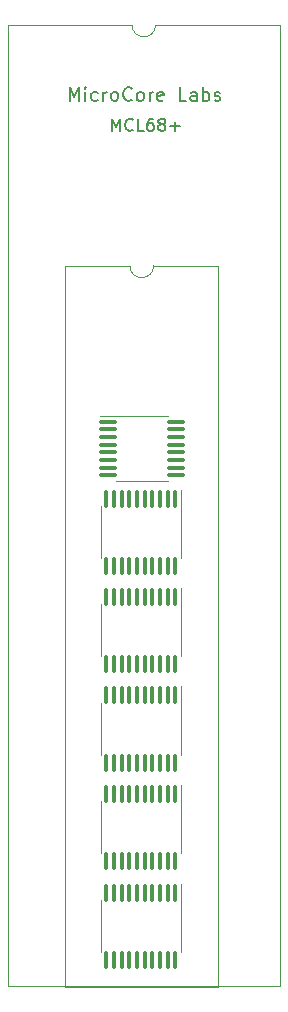
<source format=gbr>
G04 #@! TF.GenerationSoftware,KiCad,Pcbnew,7.0.5*
G04 #@! TF.CreationDate,2023-06-23T21:15:38-07:00*
G04 #@! TF.ProjectId,MCL68,4d434c36-382e-46b6-9963-61645f706362,rev?*
G04 #@! TF.SameCoordinates,Original*
G04 #@! TF.FileFunction,Legend,Top*
G04 #@! TF.FilePolarity,Positive*
%FSLAX46Y46*%
G04 Gerber Fmt 4.6, Leading zero omitted, Abs format (unit mm)*
G04 Created by KiCad (PCBNEW 7.0.5) date 2023-06-23 21:15:38*
%MOMM*%
%LPD*%
G01*
G04 APERTURE LIST*
G04 Aperture macros list*
%AMRoundRect*
0 Rectangle with rounded corners*
0 $1 Rounding radius*
0 $2 $3 $4 $5 $6 $7 $8 $9 X,Y pos of 4 corners*
0 Add a 4 corners polygon primitive as box body*
4,1,4,$2,$3,$4,$5,$6,$7,$8,$9,$2,$3,0*
0 Add four circle primitives for the rounded corners*
1,1,$1+$1,$2,$3*
1,1,$1+$1,$4,$5*
1,1,$1+$1,$6,$7*
1,1,$1+$1,$8,$9*
0 Add four rect primitives between the rounded corners*
20,1,$1+$1,$2,$3,$4,$5,0*
20,1,$1+$1,$4,$5,$6,$7,0*
20,1,$1+$1,$6,$7,$8,$9,0*
20,1,$1+$1,$8,$9,$2,$3,0*%
G04 Aperture macros list end*
%ADD10C,0.152400*%
%ADD11C,0.177800*%
%ADD12C,0.120000*%
%ADD13RoundRect,0.100000X-0.100000X0.637500X-0.100000X-0.637500X0.100000X-0.637500X0.100000X0.637500X0*%
%ADD14RoundRect,0.100000X-0.637500X-0.100000X0.637500X-0.100000X0.637500X0.100000X-0.637500X0.100000X0*%
%ADD15R,1.600000X1.600000*%
%ADD16O,1.600000X1.600000*%
G04 APERTURE END LIST*
D10*
X149160767Y-63037535D02*
X149160767Y-62021535D01*
X149160767Y-62021535D02*
X149499434Y-62747250D01*
X149499434Y-62747250D02*
X149838101Y-62021535D01*
X149838101Y-62021535D02*
X149838101Y-63037535D01*
X150902482Y-62940774D02*
X150854101Y-62989155D01*
X150854101Y-62989155D02*
X150708958Y-63037535D01*
X150708958Y-63037535D02*
X150612196Y-63037535D01*
X150612196Y-63037535D02*
X150467053Y-62989155D01*
X150467053Y-62989155D02*
X150370291Y-62892393D01*
X150370291Y-62892393D02*
X150321910Y-62795631D01*
X150321910Y-62795631D02*
X150273529Y-62602107D01*
X150273529Y-62602107D02*
X150273529Y-62456964D01*
X150273529Y-62456964D02*
X150321910Y-62263440D01*
X150321910Y-62263440D02*
X150370291Y-62166678D01*
X150370291Y-62166678D02*
X150467053Y-62069916D01*
X150467053Y-62069916D02*
X150612196Y-62021535D01*
X150612196Y-62021535D02*
X150708958Y-62021535D01*
X150708958Y-62021535D02*
X150854101Y-62069916D01*
X150854101Y-62069916D02*
X150902482Y-62118297D01*
X151821720Y-63037535D02*
X151337910Y-63037535D01*
X151337910Y-63037535D02*
X151337910Y-62021535D01*
X152595815Y-62021535D02*
X152402291Y-62021535D01*
X152402291Y-62021535D02*
X152305529Y-62069916D01*
X152305529Y-62069916D02*
X152257148Y-62118297D01*
X152257148Y-62118297D02*
X152160386Y-62263440D01*
X152160386Y-62263440D02*
X152112005Y-62456964D01*
X152112005Y-62456964D02*
X152112005Y-62844012D01*
X152112005Y-62844012D02*
X152160386Y-62940774D01*
X152160386Y-62940774D02*
X152208767Y-62989155D01*
X152208767Y-62989155D02*
X152305529Y-63037535D01*
X152305529Y-63037535D02*
X152499053Y-63037535D01*
X152499053Y-63037535D02*
X152595815Y-62989155D01*
X152595815Y-62989155D02*
X152644196Y-62940774D01*
X152644196Y-62940774D02*
X152692577Y-62844012D01*
X152692577Y-62844012D02*
X152692577Y-62602107D01*
X152692577Y-62602107D02*
X152644196Y-62505345D01*
X152644196Y-62505345D02*
X152595815Y-62456964D01*
X152595815Y-62456964D02*
X152499053Y-62408583D01*
X152499053Y-62408583D02*
X152305529Y-62408583D01*
X152305529Y-62408583D02*
X152208767Y-62456964D01*
X152208767Y-62456964D02*
X152160386Y-62505345D01*
X152160386Y-62505345D02*
X152112005Y-62602107D01*
X153273148Y-62456964D02*
X153176386Y-62408583D01*
X153176386Y-62408583D02*
X153128005Y-62360202D01*
X153128005Y-62360202D02*
X153079624Y-62263440D01*
X153079624Y-62263440D02*
X153079624Y-62215059D01*
X153079624Y-62215059D02*
X153128005Y-62118297D01*
X153128005Y-62118297D02*
X153176386Y-62069916D01*
X153176386Y-62069916D02*
X153273148Y-62021535D01*
X153273148Y-62021535D02*
X153466672Y-62021535D01*
X153466672Y-62021535D02*
X153563434Y-62069916D01*
X153563434Y-62069916D02*
X153611815Y-62118297D01*
X153611815Y-62118297D02*
X153660196Y-62215059D01*
X153660196Y-62215059D02*
X153660196Y-62263440D01*
X153660196Y-62263440D02*
X153611815Y-62360202D01*
X153611815Y-62360202D02*
X153563434Y-62408583D01*
X153563434Y-62408583D02*
X153466672Y-62456964D01*
X153466672Y-62456964D02*
X153273148Y-62456964D01*
X153273148Y-62456964D02*
X153176386Y-62505345D01*
X153176386Y-62505345D02*
X153128005Y-62553726D01*
X153128005Y-62553726D02*
X153079624Y-62650488D01*
X153079624Y-62650488D02*
X153079624Y-62844012D01*
X153079624Y-62844012D02*
X153128005Y-62940774D01*
X153128005Y-62940774D02*
X153176386Y-62989155D01*
X153176386Y-62989155D02*
X153273148Y-63037535D01*
X153273148Y-63037535D02*
X153466672Y-63037535D01*
X153466672Y-63037535D02*
X153563434Y-62989155D01*
X153563434Y-62989155D02*
X153611815Y-62940774D01*
X153611815Y-62940774D02*
X153660196Y-62844012D01*
X153660196Y-62844012D02*
X153660196Y-62650488D01*
X153660196Y-62650488D02*
X153611815Y-62553726D01*
X153611815Y-62553726D02*
X153563434Y-62505345D01*
X153563434Y-62505345D02*
X153466672Y-62456964D01*
X154095624Y-62650488D02*
X154869720Y-62650488D01*
X154482672Y-63037535D02*
X154482672Y-62263440D01*
D11*
X145575515Y-60506072D02*
X145575515Y-59363072D01*
X145575515Y-59363072D02*
X145956515Y-60179501D01*
X145956515Y-60179501D02*
X146337515Y-59363072D01*
X146337515Y-59363072D02*
X146337515Y-60506072D01*
X146881801Y-60506072D02*
X146881801Y-59744072D01*
X146881801Y-59363072D02*
X146827373Y-59417501D01*
X146827373Y-59417501D02*
X146881801Y-59471929D01*
X146881801Y-59471929D02*
X146936230Y-59417501D01*
X146936230Y-59417501D02*
X146881801Y-59363072D01*
X146881801Y-59363072D02*
X146881801Y-59471929D01*
X147915945Y-60451644D02*
X147807087Y-60506072D01*
X147807087Y-60506072D02*
X147589373Y-60506072D01*
X147589373Y-60506072D02*
X147480516Y-60451644D01*
X147480516Y-60451644D02*
X147426087Y-60397215D01*
X147426087Y-60397215D02*
X147371659Y-60288358D01*
X147371659Y-60288358D02*
X147371659Y-59961786D01*
X147371659Y-59961786D02*
X147426087Y-59852929D01*
X147426087Y-59852929D02*
X147480516Y-59798501D01*
X147480516Y-59798501D02*
X147589373Y-59744072D01*
X147589373Y-59744072D02*
X147807087Y-59744072D01*
X147807087Y-59744072D02*
X147915945Y-59798501D01*
X148405801Y-60506072D02*
X148405801Y-59744072D01*
X148405801Y-59961786D02*
X148460230Y-59852929D01*
X148460230Y-59852929D02*
X148514659Y-59798501D01*
X148514659Y-59798501D02*
X148623516Y-59744072D01*
X148623516Y-59744072D02*
X148732373Y-59744072D01*
X149276658Y-60506072D02*
X149167801Y-60451644D01*
X149167801Y-60451644D02*
X149113372Y-60397215D01*
X149113372Y-60397215D02*
X149058944Y-60288358D01*
X149058944Y-60288358D02*
X149058944Y-59961786D01*
X149058944Y-59961786D02*
X149113372Y-59852929D01*
X149113372Y-59852929D02*
X149167801Y-59798501D01*
X149167801Y-59798501D02*
X149276658Y-59744072D01*
X149276658Y-59744072D02*
X149439944Y-59744072D01*
X149439944Y-59744072D02*
X149548801Y-59798501D01*
X149548801Y-59798501D02*
X149603230Y-59852929D01*
X149603230Y-59852929D02*
X149657658Y-59961786D01*
X149657658Y-59961786D02*
X149657658Y-60288358D01*
X149657658Y-60288358D02*
X149603230Y-60397215D01*
X149603230Y-60397215D02*
X149548801Y-60451644D01*
X149548801Y-60451644D02*
X149439944Y-60506072D01*
X149439944Y-60506072D02*
X149276658Y-60506072D01*
X150800658Y-60397215D02*
X150746230Y-60451644D01*
X150746230Y-60451644D02*
X150582944Y-60506072D01*
X150582944Y-60506072D02*
X150474087Y-60506072D01*
X150474087Y-60506072D02*
X150310801Y-60451644D01*
X150310801Y-60451644D02*
X150201944Y-60342786D01*
X150201944Y-60342786D02*
X150147515Y-60233929D01*
X150147515Y-60233929D02*
X150093087Y-60016215D01*
X150093087Y-60016215D02*
X150093087Y-59852929D01*
X150093087Y-59852929D02*
X150147515Y-59635215D01*
X150147515Y-59635215D02*
X150201944Y-59526358D01*
X150201944Y-59526358D02*
X150310801Y-59417501D01*
X150310801Y-59417501D02*
X150474087Y-59363072D01*
X150474087Y-59363072D02*
X150582944Y-59363072D01*
X150582944Y-59363072D02*
X150746230Y-59417501D01*
X150746230Y-59417501D02*
X150800658Y-59471929D01*
X151453801Y-60506072D02*
X151344944Y-60451644D01*
X151344944Y-60451644D02*
X151290515Y-60397215D01*
X151290515Y-60397215D02*
X151236087Y-60288358D01*
X151236087Y-60288358D02*
X151236087Y-59961786D01*
X151236087Y-59961786D02*
X151290515Y-59852929D01*
X151290515Y-59852929D02*
X151344944Y-59798501D01*
X151344944Y-59798501D02*
X151453801Y-59744072D01*
X151453801Y-59744072D02*
X151617087Y-59744072D01*
X151617087Y-59744072D02*
X151725944Y-59798501D01*
X151725944Y-59798501D02*
X151780373Y-59852929D01*
X151780373Y-59852929D02*
X151834801Y-59961786D01*
X151834801Y-59961786D02*
X151834801Y-60288358D01*
X151834801Y-60288358D02*
X151780373Y-60397215D01*
X151780373Y-60397215D02*
X151725944Y-60451644D01*
X151725944Y-60451644D02*
X151617087Y-60506072D01*
X151617087Y-60506072D02*
X151453801Y-60506072D01*
X152324658Y-60506072D02*
X152324658Y-59744072D01*
X152324658Y-59961786D02*
X152379087Y-59852929D01*
X152379087Y-59852929D02*
X152433516Y-59798501D01*
X152433516Y-59798501D02*
X152542373Y-59744072D01*
X152542373Y-59744072D02*
X152651230Y-59744072D01*
X153467658Y-60451644D02*
X153358801Y-60506072D01*
X153358801Y-60506072D02*
X153141087Y-60506072D01*
X153141087Y-60506072D02*
X153032229Y-60451644D01*
X153032229Y-60451644D02*
X152977801Y-60342786D01*
X152977801Y-60342786D02*
X152977801Y-59907358D01*
X152977801Y-59907358D02*
X153032229Y-59798501D01*
X153032229Y-59798501D02*
X153141087Y-59744072D01*
X153141087Y-59744072D02*
X153358801Y-59744072D01*
X153358801Y-59744072D02*
X153467658Y-59798501D01*
X153467658Y-59798501D02*
X153522087Y-59907358D01*
X153522087Y-59907358D02*
X153522087Y-60016215D01*
X153522087Y-60016215D02*
X152977801Y-60125072D01*
X155427086Y-60506072D02*
X154882800Y-60506072D01*
X154882800Y-60506072D02*
X154882800Y-59363072D01*
X156297944Y-60506072D02*
X156297944Y-59907358D01*
X156297944Y-59907358D02*
X156243515Y-59798501D01*
X156243515Y-59798501D02*
X156134658Y-59744072D01*
X156134658Y-59744072D02*
X155916944Y-59744072D01*
X155916944Y-59744072D02*
X155808086Y-59798501D01*
X156297944Y-60451644D02*
X156189086Y-60506072D01*
X156189086Y-60506072D02*
X155916944Y-60506072D01*
X155916944Y-60506072D02*
X155808086Y-60451644D01*
X155808086Y-60451644D02*
X155753658Y-60342786D01*
X155753658Y-60342786D02*
X155753658Y-60233929D01*
X155753658Y-60233929D02*
X155808086Y-60125072D01*
X155808086Y-60125072D02*
X155916944Y-60070644D01*
X155916944Y-60070644D02*
X156189086Y-60070644D01*
X156189086Y-60070644D02*
X156297944Y-60016215D01*
X156842229Y-60506072D02*
X156842229Y-59363072D01*
X156842229Y-59798501D02*
X156951087Y-59744072D01*
X156951087Y-59744072D02*
X157168801Y-59744072D01*
X157168801Y-59744072D02*
X157277658Y-59798501D01*
X157277658Y-59798501D02*
X157332087Y-59852929D01*
X157332087Y-59852929D02*
X157386515Y-59961786D01*
X157386515Y-59961786D02*
X157386515Y-60288358D01*
X157386515Y-60288358D02*
X157332087Y-60397215D01*
X157332087Y-60397215D02*
X157277658Y-60451644D01*
X157277658Y-60451644D02*
X157168801Y-60506072D01*
X157168801Y-60506072D02*
X156951087Y-60506072D01*
X156951087Y-60506072D02*
X156842229Y-60451644D01*
X157821944Y-60451644D02*
X157930801Y-60506072D01*
X157930801Y-60506072D02*
X158148515Y-60506072D01*
X158148515Y-60506072D02*
X158257372Y-60451644D01*
X158257372Y-60451644D02*
X158311801Y-60342786D01*
X158311801Y-60342786D02*
X158311801Y-60288358D01*
X158311801Y-60288358D02*
X158257372Y-60179501D01*
X158257372Y-60179501D02*
X158148515Y-60125072D01*
X158148515Y-60125072D02*
X157985230Y-60125072D01*
X157985230Y-60125072D02*
X157876372Y-60070644D01*
X157876372Y-60070644D02*
X157821944Y-59961786D01*
X157821944Y-59961786D02*
X157821944Y-59907358D01*
X157821944Y-59907358D02*
X157876372Y-59798501D01*
X157876372Y-59798501D02*
X157985230Y-59744072D01*
X157985230Y-59744072D02*
X158148515Y-59744072D01*
X158148515Y-59744072D02*
X158257372Y-59798501D01*
D12*
X154972200Y-122021600D02*
X154972200Y-118421600D01*
X154972200Y-122021600D02*
X154972200Y-124221600D01*
X148202200Y-122021600D02*
X148202200Y-119821600D01*
X148202200Y-122021600D02*
X148202200Y-124221600D01*
X151688800Y-87206400D02*
X148088800Y-87206400D01*
X151688800Y-87206400D02*
X153888800Y-87206400D01*
X151688800Y-92676400D02*
X149488800Y-92676400D01*
X151688800Y-92676400D02*
X153888800Y-92676400D01*
X145203400Y-74463600D02*
X145203400Y-135543600D01*
X145203400Y-135543600D02*
X158123400Y-135543600D01*
X150663400Y-74463600D02*
X145203400Y-74463600D01*
X158123400Y-74463600D02*
X152663400Y-74463600D01*
X158123400Y-135543600D02*
X158123400Y-74463600D01*
X150663400Y-74463600D02*
G75*
G03*
X152663400Y-74463600I1000000J0D01*
G01*
X154961200Y-97035700D02*
X154961200Y-93435700D01*
X154961200Y-97035700D02*
X154961200Y-99235700D01*
X148191200Y-97035700D02*
X148191200Y-94835700D01*
X148191200Y-97035700D02*
X148191200Y-99235700D01*
X140301200Y-54067400D02*
X140301200Y-135467400D01*
X140301200Y-135467400D02*
X163381200Y-135467400D01*
X150841200Y-54067400D02*
X140301200Y-54067400D01*
X163381200Y-54067400D02*
X152841200Y-54067400D01*
X163381200Y-135467400D02*
X163381200Y-54067400D01*
X150841200Y-54067400D02*
G75*
G03*
X152841200Y-54067400I1000000J0D01*
G01*
X154972200Y-130403600D02*
X154972200Y-126803600D01*
X154972200Y-130403600D02*
X154972200Y-132603600D01*
X148202200Y-130403600D02*
X148202200Y-128203600D01*
X148202200Y-130403600D02*
X148202200Y-132603600D01*
X154976200Y-113672700D02*
X154976200Y-110072700D01*
X154976200Y-113672700D02*
X154976200Y-115872700D01*
X148206200Y-113672700D02*
X148206200Y-111472700D01*
X148206200Y-113672700D02*
X148206200Y-115872700D01*
X154961200Y-105341500D02*
X154961200Y-101741500D01*
X154961200Y-105341500D02*
X154961200Y-107541500D01*
X148191200Y-105341500D02*
X148191200Y-103141500D01*
X148191200Y-105341500D02*
X148191200Y-107541500D01*
%LPC*%
D13*
X154512200Y-119159100D03*
X153862200Y-119159100D03*
X153212200Y-119159100D03*
X152562200Y-119159100D03*
X151912200Y-119159100D03*
X151262200Y-119159100D03*
X150612200Y-119159100D03*
X149962200Y-119159100D03*
X149312200Y-119159100D03*
X148662200Y-119159100D03*
X148662200Y-124884100D03*
X149312200Y-124884100D03*
X149962200Y-124884100D03*
X150612200Y-124884100D03*
X151262200Y-124884100D03*
X151912200Y-124884100D03*
X152562200Y-124884100D03*
X153212200Y-124884100D03*
X153862200Y-124884100D03*
X154512200Y-124884100D03*
D14*
X148826300Y-87666400D03*
X148826300Y-88316400D03*
X148826300Y-88966400D03*
X148826300Y-89616400D03*
X148826300Y-90266400D03*
X148826300Y-90916400D03*
X148826300Y-91566400D03*
X148826300Y-92216400D03*
X154551300Y-92216400D03*
X154551300Y-91566400D03*
X154551300Y-90916400D03*
X154551300Y-90266400D03*
X154551300Y-89616400D03*
X154551300Y-88966400D03*
X154551300Y-88316400D03*
X154551300Y-87666400D03*
D15*
X144043400Y-75793600D03*
D16*
X144043400Y-78333600D03*
X144043400Y-80873600D03*
X144043400Y-83413600D03*
X144043400Y-85953600D03*
X144043400Y-88493600D03*
X144043400Y-91033600D03*
X144043400Y-93573600D03*
X144043400Y-96113600D03*
X144043400Y-98653600D03*
X144043400Y-101193600D03*
X144043400Y-103733600D03*
X144043400Y-106273600D03*
X144043400Y-108813600D03*
X144043400Y-111353600D03*
X144043400Y-113893600D03*
X144043400Y-116433600D03*
X144043400Y-118973600D03*
X144043400Y-121513600D03*
X144043400Y-124053600D03*
X144043400Y-126593600D03*
X144043400Y-129133600D03*
X144043400Y-131673600D03*
X144043400Y-134213600D03*
X159283400Y-134213600D03*
X159283400Y-131673600D03*
X159283400Y-129133600D03*
X159283400Y-126593600D03*
X159283400Y-124053600D03*
X159283400Y-121513600D03*
X159283400Y-118973600D03*
X159283400Y-116433600D03*
X159283400Y-113893600D03*
X159283400Y-111353600D03*
X159283400Y-108813600D03*
X159283400Y-106273600D03*
X159283400Y-103733600D03*
X159283400Y-101193600D03*
X159283400Y-98653600D03*
X159283400Y-96113600D03*
X159283400Y-93573600D03*
X159283400Y-91033600D03*
X159283400Y-88493600D03*
X159283400Y-85953600D03*
X159283400Y-83413600D03*
X159283400Y-80873600D03*
X159283400Y-78333600D03*
X159283400Y-75793600D03*
D13*
X154501200Y-94173200D03*
X153851200Y-94173200D03*
X153201200Y-94173200D03*
X152551200Y-94173200D03*
X151901200Y-94173200D03*
X151251200Y-94173200D03*
X150601200Y-94173200D03*
X149951200Y-94173200D03*
X149301200Y-94173200D03*
X148651200Y-94173200D03*
X148651200Y-99898200D03*
X149301200Y-99898200D03*
X149951200Y-99898200D03*
X150601200Y-99898200D03*
X151251200Y-99898200D03*
X151901200Y-99898200D03*
X152551200Y-99898200D03*
X153201200Y-99898200D03*
X153851200Y-99898200D03*
X154501200Y-99898200D03*
D15*
X139141200Y-55397400D03*
D16*
X139141200Y-57937400D03*
X139141200Y-60477400D03*
X139141200Y-63017400D03*
X139141200Y-65557400D03*
X139141200Y-68097400D03*
X139141200Y-70637400D03*
X139141200Y-73177400D03*
X139141200Y-75717400D03*
X139141200Y-78257400D03*
X139141200Y-80797400D03*
X139141200Y-83337400D03*
X139141200Y-85877400D03*
X139141200Y-88417400D03*
X139141200Y-90957400D03*
X139141200Y-93497400D03*
X139141200Y-96037400D03*
X139141200Y-98577400D03*
X139141200Y-101117400D03*
X139141200Y-103657400D03*
X139141200Y-106197400D03*
X139141200Y-108737400D03*
X139141200Y-111277400D03*
X139141200Y-113817400D03*
X139141200Y-116357400D03*
X139141200Y-118897400D03*
X139141200Y-121437400D03*
X139141200Y-123977400D03*
X139141200Y-126517400D03*
X139141200Y-129057400D03*
X139141200Y-131597400D03*
X139141200Y-134137400D03*
X164541200Y-134137400D03*
X164541200Y-131597400D03*
X164541200Y-129057400D03*
X164541200Y-126517400D03*
X164541200Y-123977400D03*
X164541200Y-121437400D03*
X164541200Y-118897400D03*
X164541200Y-116357400D03*
X164541200Y-113817400D03*
X164541200Y-111277400D03*
X164541200Y-108737400D03*
X164541200Y-106197400D03*
X164541200Y-103657400D03*
X164541200Y-101117400D03*
X164541200Y-98577400D03*
X164541200Y-96037400D03*
X164541200Y-93497400D03*
X164541200Y-90957400D03*
X164541200Y-88417400D03*
X164541200Y-85877400D03*
X164541200Y-83337400D03*
X164541200Y-80797400D03*
X164541200Y-78257400D03*
X164541200Y-75717400D03*
X164541200Y-73177400D03*
X164541200Y-70637400D03*
X164541200Y-68097400D03*
X164541200Y-65557400D03*
X164541200Y-63017400D03*
X164541200Y-60477400D03*
X164541200Y-57937400D03*
X164541200Y-55397400D03*
D13*
X154512200Y-127541100D03*
X153862200Y-127541100D03*
X153212200Y-127541100D03*
X152562200Y-127541100D03*
X151912200Y-127541100D03*
X151262200Y-127541100D03*
X150612200Y-127541100D03*
X149962200Y-127541100D03*
X149312200Y-127541100D03*
X148662200Y-127541100D03*
X148662200Y-133266100D03*
X149312200Y-133266100D03*
X149962200Y-133266100D03*
X150612200Y-133266100D03*
X151262200Y-133266100D03*
X151912200Y-133266100D03*
X152562200Y-133266100D03*
X153212200Y-133266100D03*
X153862200Y-133266100D03*
X154512200Y-133266100D03*
X154516200Y-110810200D03*
X153866200Y-110810200D03*
X153216200Y-110810200D03*
X152566200Y-110810200D03*
X151916200Y-110810200D03*
X151266200Y-110810200D03*
X150616200Y-110810200D03*
X149966200Y-110810200D03*
X149316200Y-110810200D03*
X148666200Y-110810200D03*
X148666200Y-116535200D03*
X149316200Y-116535200D03*
X149966200Y-116535200D03*
X150616200Y-116535200D03*
X151266200Y-116535200D03*
X151916200Y-116535200D03*
X152566200Y-116535200D03*
X153216200Y-116535200D03*
X153866200Y-116535200D03*
X154516200Y-116535200D03*
X154501200Y-102479000D03*
X153851200Y-102479000D03*
X153201200Y-102479000D03*
X152551200Y-102479000D03*
X151901200Y-102479000D03*
X151251200Y-102479000D03*
X150601200Y-102479000D03*
X149951200Y-102479000D03*
X149301200Y-102479000D03*
X148651200Y-102479000D03*
X148651200Y-108204000D03*
X149301200Y-108204000D03*
X149951200Y-108204000D03*
X150601200Y-108204000D03*
X151251200Y-108204000D03*
X151901200Y-108204000D03*
X152551200Y-108204000D03*
X153201200Y-108204000D03*
X153851200Y-108204000D03*
X154501200Y-108204000D03*
%LPD*%
M02*

</source>
